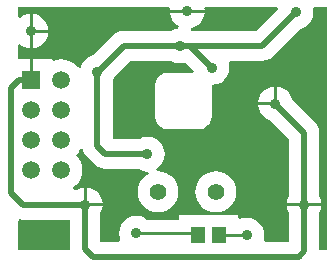
<source format=gbl>
%FSAX24Y24*%
%MOIN*%
G70*
G01*
G75*
G04 Layer_Physical_Order=2*
G04 Layer_Color=16711680*
%ADD10R,0.0472X0.0551*%
%ADD11R,0.0114X0.0394*%
%ADD12R,0.0394X0.0114*%
%ADD13R,0.0394X0.0394*%
%ADD14R,0.0394X0.0394*%
%ADD15R,0.0512X0.0591*%
%ADD16R,0.0591X0.0512*%
%ADD17C,0.0100*%
%ADD18C,0.0200*%
%ADD19C,0.0080*%
%ADD20C,0.0500*%
%ADD21C,0.0300*%
%ADD22C,0.0551*%
%ADD23R,0.0591X0.0591*%
%ADD24C,0.0591*%
%ADD25C,0.0350*%
G36*
X031250Y030944D02*
X031000D01*
Y032166D01*
X031056Y032301D01*
X031069Y032401D01*
X029923D01*
X029936Y032301D01*
X029992Y032166D01*
Y031225D01*
X029183D01*
X029140Y031290D01*
X029160Y031440D01*
X029140Y031590D01*
X029082Y031730D01*
X028990Y031850D01*
X028870Y031942D01*
X028730Y032000D01*
X028580Y032020D01*
X028430Y032000D01*
X028370Y031975D01*
X028303Y032020D01*
Y032126D01*
X026322D01*
Y031954D01*
X025253D01*
X025190Y032002D01*
X025050Y032060D01*
X024900Y032080D01*
X024750Y032060D01*
X024610Y032002D01*
X024490Y031910D01*
X024398Y031790D01*
X024340Y031650D01*
X024320Y031500D01*
X024340Y031350D01*
X024364Y031292D01*
X024319Y031225D01*
X023704D01*
Y032165D01*
X023760Y032300D01*
X023773Y032400D01*
X023200D01*
Y032450D01*
X023150D01*
Y033023D01*
X023050Y033010D01*
X022915Y032954D01*
X022828D01*
X022801Y033030D01*
X022894Y033106D01*
X022981Y033212D01*
X023045Y033333D01*
X023085Y033464D01*
X023099Y033600D01*
X023085Y033736D01*
X023045Y033867D01*
X022981Y033988D01*
X022894Y034094D01*
Y034106D01*
X022981Y034212D01*
X023036Y034316D01*
X023115Y034301D01*
X023117Y034288D01*
X023167Y034167D01*
X023247Y034062D01*
X023513Y033797D01*
X023618Y033716D01*
X023739Y033666D01*
X023870Y033649D01*
X023870Y033649D01*
X024962D01*
X024979Y033636D01*
X025119Y033578D01*
X025269Y033558D01*
X025289Y033560D01*
X025313Y033484D01*
X025249Y033450D01*
X025146Y033365D01*
X025061Y033262D01*
X024998Y033145D01*
X024960Y033018D01*
X024947Y032885D01*
X024960Y032753D01*
X024998Y032625D01*
X025061Y032508D01*
X025146Y032405D01*
X025249Y032321D01*
X025366Y032258D01*
X025493Y032219D01*
X025626Y032206D01*
X025758Y032219D01*
X025885Y032258D01*
X026003Y032321D01*
X026106Y032405D01*
X026190Y032508D01*
X026253Y032625D01*
X026291Y032753D01*
X026305Y032885D01*
X026291Y033018D01*
X026253Y033145D01*
X026190Y033262D01*
X026106Y033365D01*
X026003Y033450D01*
X025885Y033512D01*
X025758Y033551D01*
X025626Y033564D01*
X025590Y033561D01*
X025559Y033636D01*
X025679Y033728D01*
X025771Y033848D01*
X025829Y033988D01*
X025849Y034138D01*
X025829Y034288D01*
X025771Y034428D01*
X025679Y034548D01*
X025559Y034640D01*
X025419Y034698D01*
X025269Y034718D01*
X025119Y034698D01*
X025021Y034657D01*
X024108D01*
Y036590D01*
X024162Y036720D01*
X024688Y037246D01*
X026065D01*
X026200Y037190D01*
X026350Y037170D01*
X026500Y037190D01*
X026528Y037201D01*
X026810Y036919D01*
X026779Y036845D01*
X025938D01*
X025833Y036831D01*
X025736Y036791D01*
X025652Y036727D01*
X025588Y036643D01*
X025548Y036546D01*
X025534Y036442D01*
Y035382D01*
X025548Y035278D01*
X025588Y035180D01*
X025652Y035097D01*
X025736Y035033D01*
X025833Y034992D01*
X025938Y034979D01*
X027003D01*
X027107Y034992D01*
X027204Y035033D01*
X027288Y035097D01*
X027352Y035180D01*
X027392Y035278D01*
X027406Y035382D01*
Y036329D01*
X027421Y036441D01*
X027571Y036461D01*
X027711Y036519D01*
X027831Y036611D01*
X027923Y036731D01*
X027981Y036871D01*
X028001Y037021D01*
X027981Y037172D01*
X027978Y037179D01*
X028022Y037246D01*
X029100D01*
X029230Y037263D01*
X029352Y037313D01*
X029456Y037393D01*
X029456Y037393D01*
X029456Y037393D01*
X030374Y038311D01*
X030509Y038367D01*
X030629Y038459D01*
X030721Y038579D01*
X030779Y038719D01*
X030799Y038869D01*
X030782Y038996D01*
X030835Y039056D01*
X031250D01*
Y030944D01*
D02*
G37*
G36*
X021119Y031946D02*
X022696D01*
Y030978D01*
X022666Y030944D01*
X020944D01*
Y031855D01*
X020978Y031939D01*
X021004Y031961D01*
X021119Y031946D01*
D02*
G37*
G36*
X029619Y038982D02*
X028891Y038254D01*
X026712D01*
X026707Y038334D01*
X026750Y038340D01*
X026890Y038398D01*
X027010Y038490D01*
X027102Y038610D01*
X027160Y038750D01*
X027173Y038850D01*
X026027D01*
X026040Y038750D01*
X026098Y038610D01*
X026190Y038490D01*
X026308Y038399D01*
X026304Y038384D01*
X026278Y038320D01*
X026200Y038310D01*
X026065Y038254D01*
X024479D01*
X024348Y038237D01*
X024227Y038187D01*
X024122Y038107D01*
X023449Y037433D01*
X023314Y037378D01*
X023194Y037285D01*
X023102Y037165D01*
X023044Y037025D01*
X022939Y037039D01*
X022894Y037094D01*
X022788Y037181D01*
X022667Y037245D01*
X022536Y037285D01*
X022400Y037299D01*
X022264Y037285D01*
X022133Y037245D01*
X022095Y037295D01*
Y037295D01*
X021450D01*
Y036600D01*
X021350D01*
Y037295D01*
X020944D01*
Y037762D01*
X021016Y037797D01*
X021100Y037732D01*
X021240Y037674D01*
X021340Y037661D01*
Y038235D01*
Y038808D01*
X021240Y038795D01*
X021100Y038737D01*
X021016Y038672D01*
X020944Y038707D01*
Y039056D01*
X025980D01*
X026033Y038996D01*
X026027Y038950D01*
X027173D01*
X027167Y038996D01*
X027220Y039056D01*
X029588D01*
X029619Y038982D01*
D02*
G37*
%LPC*%
G36*
X023250Y033023D02*
Y032500D01*
X023773D01*
X023760Y032600D01*
X023702Y032740D01*
X023610Y032860D01*
X023490Y032952D01*
X023350Y033010D01*
X023250Y033023D01*
D02*
G37*
G36*
X027547Y033564D02*
X027414Y033551D01*
X027287Y033512D01*
X027170Y033450D01*
X027067Y033365D01*
X026982Y033262D01*
X026920Y033145D01*
X026881Y033018D01*
X026868Y032885D01*
X026881Y032753D01*
X026920Y032625D01*
X026982Y032508D01*
X027067Y032405D01*
X027170Y032321D01*
X027287Y032258D01*
X027414Y032219D01*
X027547Y032206D01*
X027679Y032219D01*
X027807Y032258D01*
X027924Y032321D01*
X028027Y032405D01*
X028111Y032508D01*
X028174Y032625D01*
X028213Y032753D01*
X028226Y032885D01*
X028213Y033018D01*
X028174Y033145D01*
X028111Y033262D01*
X028027Y033365D01*
X027924Y033450D01*
X027807Y033512D01*
X027679Y033551D01*
X027547Y033564D01*
D02*
G37*
G36*
X029582Y036390D02*
Y035817D01*
X029532D01*
Y035767D01*
X028958D01*
X028972Y035667D01*
X029029Y035527D01*
X029122Y035407D01*
X029242Y035315D01*
X029377Y035259D01*
X029992Y034644D01*
Y032736D01*
X029936Y032602D01*
X029923Y032501D01*
X031069D01*
X031056Y032602D01*
X031000Y032736D01*
Y034853D01*
X031000Y034853D01*
X030983Y034983D01*
X030933Y035105D01*
X030853Y035209D01*
X030090Y035972D01*
X030034Y036107D01*
X029942Y036227D01*
X029822Y036319D01*
X029682Y036377D01*
X029582Y036390D01*
D02*
G37*
G36*
X021440Y038808D02*
Y038285D01*
X021963D01*
X021950Y038385D01*
X021892Y038525D01*
X021800Y038645D01*
X021680Y038737D01*
X021540Y038795D01*
X021440Y038808D01*
D02*
G37*
G36*
X021963Y038185D02*
X021440D01*
Y037661D01*
X021540Y037674D01*
X021680Y037732D01*
X021800Y037824D01*
X021892Y037945D01*
X021950Y038084D01*
X021963Y038185D01*
D02*
G37*
G36*
X029482Y036390D02*
X029382Y036377D01*
X029242Y036319D01*
X029122Y036227D01*
X029029Y036107D01*
X028972Y035967D01*
X028958Y035867D01*
X029482D01*
Y036390D01*
D02*
G37*
%LPD*%
D10*
X027667Y031451D02*
D03*
X026958D02*
D03*
D17*
X028578Y031442D02*
X028580Y031440D01*
X027656Y031442D02*
X028578D01*
X026889Y031500D02*
X026947Y031442D01*
X026200Y031500D02*
X026889D01*
X024900D02*
X026200D01*
D18*
X020721Y036341D02*
X020980Y036600D01*
X021400D01*
X020721Y032848D02*
Y036341D01*
Y032848D02*
X021119Y032450D01*
X023200D01*
Y030978D02*
Y032450D01*
Y030978D02*
X023457Y030721D01*
X030308D01*
X030496Y030909D01*
Y032451D01*
X026692Y037750D02*
X029100D01*
X026350D02*
X026692D01*
X027421Y037021D01*
X025254Y034153D02*
X025269Y034138D01*
X023870Y034153D02*
X025254D01*
X023604Y034419D02*
X023870Y034153D01*
X023604Y034419D02*
Y036875D01*
X023619Y036890D02*
X024479Y037750D01*
X029100D02*
X030219Y038869D01*
X022400Y036600D02*
X022450Y036650D01*
X024479Y037750D02*
X026350D01*
X029532Y035817D02*
X030496Y034853D01*
Y032451D02*
Y034853D01*
D19*
X023604Y036875D02*
X023619Y036890D01*
D22*
X025626Y032885D02*
D03*
X027547D02*
D03*
D23*
X021400Y036600D02*
D03*
D24*
X022400D02*
D03*
X021400Y035600D02*
D03*
X022400D02*
D03*
X021400Y034600D02*
D03*
X022400D02*
D03*
X021400Y033600D02*
D03*
X022400D02*
D03*
D25*
X030496Y032451D02*
D03*
X027421Y037021D02*
D03*
X025269Y034138D02*
D03*
X024900Y031500D02*
D03*
X030219Y038869D02*
D03*
X028580Y031440D02*
D03*
X026600Y038900D02*
D03*
X023200Y032450D02*
D03*
X026350Y037750D02*
D03*
X023604Y036875D02*
D03*
X021390Y038235D02*
D03*
X029532Y035817D02*
D03*
M02*

</source>
